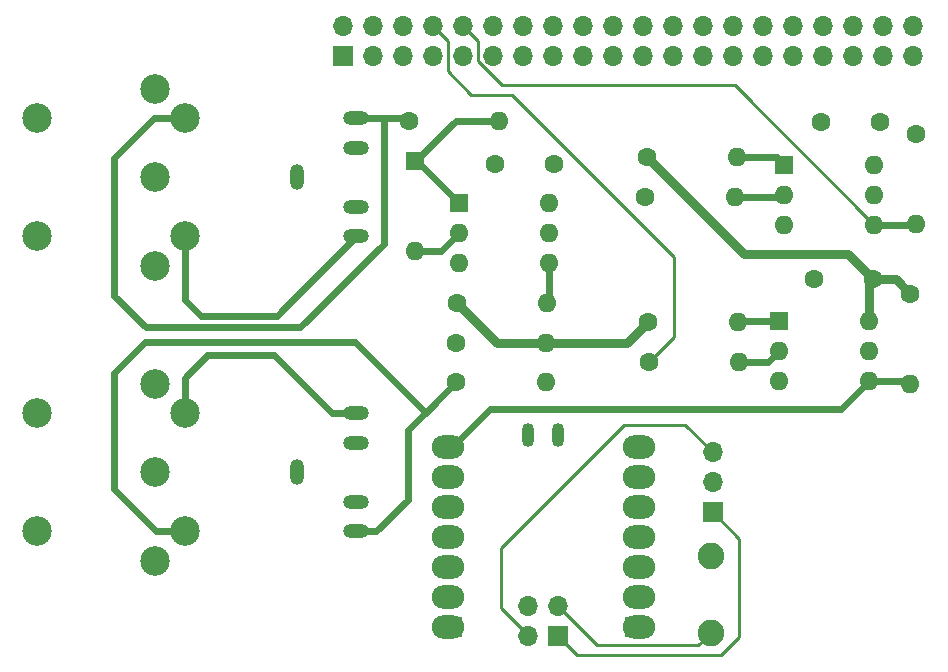
<source format=gtl>
G04 #@! TF.GenerationSoftware,KiCad,Pcbnew,(6.0.5)*
G04 #@! TF.CreationDate,2023-03-19T20:53:10+00:00*
G04 #@! TF.ProjectId,XiaoPiUSBMIDIDevice,5869616f-5069-4555-9342-4d4944494465,rev?*
G04 #@! TF.SameCoordinates,Original*
G04 #@! TF.FileFunction,Copper,L1,Top*
G04 #@! TF.FilePolarity,Positive*
%FSLAX46Y46*%
G04 Gerber Fmt 4.6, Leading zero omitted, Abs format (unit mm)*
G04 Created by KiCad (PCBNEW (6.0.5)) date 2023-03-19 20:53:10*
%MOMM*%
%LPD*%
G01*
G04 APERTURE LIST*
G04 #@! TA.AperFunction,ComponentPad*
%ADD10R,1.700000X1.700000*%
G04 #@! TD*
G04 #@! TA.AperFunction,ComponentPad*
%ADD11O,1.700000X1.700000*%
G04 #@! TD*
G04 #@! TA.AperFunction,ComponentPad*
%ADD12O,2.200000X1.200000*%
G04 #@! TD*
G04 #@! TA.AperFunction,ComponentPad*
%ADD13O,1.200000X2.200000*%
G04 #@! TD*
G04 #@! TA.AperFunction,ComponentPad*
%ADD14C,1.600000*%
G04 #@! TD*
G04 #@! TA.AperFunction,ComponentPad*
%ADD15O,1.600000X1.600000*%
G04 #@! TD*
G04 #@! TA.AperFunction,ComponentPad*
%ADD16R,1.600000X1.600000*%
G04 #@! TD*
G04 #@! TA.AperFunction,ComponentPad*
%ADD17C,2.250000*%
G04 #@! TD*
G04 #@! TA.AperFunction,SMDPad,CuDef*
%ADD18O,2.748280X1.998980*%
G04 #@! TD*
G04 #@! TA.AperFunction,SMDPad,CuDef*
%ADD19O,1.016000X2.032000*%
G04 #@! TD*
G04 #@! TA.AperFunction,SMDPad,CuDef*
%ADD20C,1.143000*%
G04 #@! TD*
G04 #@! TA.AperFunction,WasherPad*
%ADD21C,2.499360*%
G04 #@! TD*
G04 #@! TA.AperFunction,ComponentPad*
%ADD22C,2.499360*%
G04 #@! TD*
G04 #@! TA.AperFunction,Conductor*
%ADD23C,0.800000*%
G04 #@! TD*
G04 #@! TA.AperFunction,Conductor*
%ADD24C,0.600000*%
G04 #@! TD*
G04 #@! TA.AperFunction,Conductor*
%ADD25C,0.250000*%
G04 #@! TD*
G04 APERTURE END LIST*
D10*
X226575000Y-147820000D03*
D11*
X224035000Y-147820000D03*
X226575000Y-145280000D03*
X224035000Y-145280000D03*
D12*
X209500000Y-129000000D03*
X209500000Y-131500000D03*
D13*
X204500000Y-134000000D03*
D12*
X209500000Y-139000000D03*
X209500000Y-136500000D03*
D14*
X234115000Y-107325000D03*
D15*
X241735000Y-107325000D03*
D14*
X226225000Y-107900000D03*
X221225000Y-107900000D03*
X253275000Y-117650000D03*
X248275000Y-117650000D03*
D16*
X218175000Y-111225000D03*
D15*
X218175000Y-113765000D03*
X218175000Y-116305000D03*
X225795000Y-116305000D03*
X225795000Y-113765000D03*
X225795000Y-111225000D03*
D16*
X245275000Y-121200000D03*
D15*
X245275000Y-123740000D03*
X245275000Y-126280000D03*
X252895000Y-126280000D03*
X252895000Y-123740000D03*
X252895000Y-121200000D03*
D10*
X233075000Y-147125000D03*
D11*
X233075000Y-144585000D03*
X233075000Y-142045000D03*
X233075000Y-139505000D03*
X233075000Y-136965000D03*
X233075000Y-134425000D03*
X233075000Y-131885000D03*
D14*
X213940000Y-104250000D03*
D15*
X221560000Y-104250000D03*
D14*
X217965000Y-123075000D03*
D15*
X225585000Y-123075000D03*
D17*
X239500000Y-147575000D03*
X239500000Y-141075000D03*
D14*
X256875000Y-105340000D03*
D15*
X256875000Y-112960000D03*
D12*
X209500000Y-104000000D03*
X209500000Y-106500000D03*
D13*
X204500000Y-109000000D03*
D12*
X209500000Y-114000000D03*
X209500000Y-111500000D03*
D14*
X256425000Y-118890000D03*
D15*
X256425000Y-126510000D03*
D14*
X233990000Y-110700000D03*
D15*
X241610000Y-110700000D03*
D14*
X217990000Y-126350000D03*
D15*
X225610000Y-126350000D03*
D14*
X218015000Y-119700000D03*
D15*
X225635000Y-119700000D03*
D14*
X253825000Y-104350000D03*
X248825000Y-104350000D03*
X234240000Y-121250000D03*
D15*
X241860000Y-121250000D03*
D10*
X217600000Y-147100000D03*
D11*
X217600000Y-144560000D03*
X217600000Y-142020000D03*
X217600000Y-139480000D03*
X217600000Y-136940000D03*
X217600000Y-134400000D03*
X217600000Y-131860000D03*
D14*
X234315000Y-124625000D03*
D15*
X241935000Y-124625000D03*
D16*
X214500000Y-107665000D03*
D15*
X214500000Y-115285000D03*
D10*
X239675000Y-137350000D03*
D11*
X239675000Y-134810000D03*
X239675000Y-132270000D03*
D16*
X245750000Y-107975000D03*
D15*
X245750000Y-110515000D03*
X245750000Y-113055000D03*
X253370000Y-113055000D03*
X253370000Y-110515000D03*
X253370000Y-107975000D03*
D18*
X233431290Y-147124510D03*
X233431290Y-144584510D03*
X233431290Y-142044510D03*
X233431290Y-139504510D03*
X233431290Y-136964510D03*
X233431290Y-134424510D03*
X233431290Y-131884510D03*
X217266730Y-131884510D03*
X217266730Y-134424510D03*
X217266730Y-136964510D03*
X217266730Y-139504510D03*
X217266730Y-142044510D03*
X217266730Y-144584510D03*
X217266730Y-147124510D03*
D19*
X226564410Y-130806690D03*
X224014410Y-130806690D03*
D20*
X226565607Y-147810877D03*
X224025607Y-147810877D03*
X226565607Y-145270877D03*
X224025607Y-145270877D03*
D10*
X208370000Y-98770000D03*
D11*
X208370000Y-96230000D03*
X210910000Y-98770000D03*
X210910000Y-96230000D03*
X213450000Y-98770000D03*
X213450000Y-96230000D03*
X215990000Y-98770000D03*
X215990000Y-96230000D03*
X218530000Y-98770000D03*
X218530000Y-96230000D03*
X221070000Y-98770000D03*
X221070000Y-96230000D03*
X223610000Y-98770000D03*
X223610000Y-96230000D03*
X226150000Y-98770000D03*
X226150000Y-96230000D03*
X228690000Y-98770000D03*
X228690000Y-96230000D03*
X231230000Y-98770000D03*
X231230000Y-96230000D03*
X233770000Y-98770000D03*
X233770000Y-96230000D03*
X236310000Y-98770000D03*
X236310000Y-96230000D03*
X238850000Y-98770000D03*
X238850000Y-96230000D03*
X241390000Y-98770000D03*
X241390000Y-96230000D03*
X243930000Y-98770000D03*
X243930000Y-96230000D03*
X246470000Y-98770000D03*
X246470000Y-96230000D03*
X249010000Y-98770000D03*
X249010000Y-96230000D03*
X251550000Y-98770000D03*
X251550000Y-96230000D03*
X254090000Y-98770000D03*
X254090000Y-96230000D03*
X256630000Y-98770000D03*
X256630000Y-96230000D03*
D21*
X182502300Y-103998740D03*
X182502300Y-114001260D03*
D22*
X192497200Y-101501920D03*
X192499740Y-109000000D03*
X192497200Y-116498080D03*
X194999100Y-104003820D03*
X194999100Y-113996180D03*
D21*
X182502300Y-139001260D03*
X182502300Y-128998740D03*
D22*
X192497200Y-126501920D03*
X192499740Y-134000000D03*
X192497200Y-141498080D03*
X194999100Y-129003820D03*
X194999100Y-138996180D03*
D23*
X252895000Y-118030000D02*
X253275000Y-117650000D01*
X252895000Y-121200000D02*
X252895000Y-118030000D01*
D24*
X211200000Y-139000000D02*
X209500000Y-139000000D01*
X213900000Y-136300000D02*
X211200000Y-139000000D01*
X213900000Y-130440000D02*
X213900000Y-136300000D01*
X216345000Y-127995000D02*
X213900000Y-130440000D01*
X216345000Y-127995000D02*
X217990000Y-126350000D01*
X215393070Y-128946930D02*
X216345000Y-127995000D01*
X192396180Y-104003820D02*
X194999100Y-104003820D01*
X189025000Y-119050000D02*
X189025000Y-107375000D01*
X189025000Y-107375000D02*
X192396180Y-104003820D01*
X191675000Y-121700000D02*
X189025000Y-119050000D01*
X211825000Y-114625000D02*
X204750000Y-121700000D01*
X204750000Y-121700000D02*
X191675000Y-121700000D01*
X211825000Y-104000000D02*
X211825000Y-114625000D01*
X188975000Y-125625000D02*
X188975000Y-135400000D01*
X191625000Y-122975000D02*
X188975000Y-125625000D01*
X188975000Y-135400000D02*
X192571180Y-138996180D01*
X192571180Y-138996180D02*
X194999100Y-138996180D01*
X215393070Y-128946930D02*
X209421140Y-122975000D01*
X209421140Y-122975000D02*
X191625000Y-122975000D01*
X211825000Y-104000000D02*
X213690000Y-104000000D01*
X209500000Y-104000000D02*
X211825000Y-104000000D01*
D23*
X221390000Y-123075000D02*
X218015000Y-119700000D01*
X225585000Y-123075000D02*
X221390000Y-123075000D01*
D25*
X241532500Y-101217500D02*
X253370000Y-113055000D01*
X221856490Y-101217500D02*
X241532500Y-101217500D01*
X219800000Y-99161010D02*
X221856490Y-101217500D01*
X219800000Y-97500000D02*
X219800000Y-99161010D01*
X218530000Y-96230000D02*
X219800000Y-97500000D01*
X236425000Y-115725000D02*
X236425000Y-122515000D01*
X236425000Y-122515000D02*
X234315000Y-124625000D01*
X219237500Y-102012500D02*
X222712500Y-102012500D01*
X217250000Y-97490000D02*
X217250000Y-100025000D01*
X217250000Y-100025000D02*
X219237500Y-102012500D01*
X222712500Y-102012500D02*
X236425000Y-115725000D01*
X215990000Y-96230000D02*
X217250000Y-97490000D01*
D23*
X242315000Y-115525000D02*
X251150000Y-115525000D01*
X251150000Y-115525000D02*
X253275000Y-117650000D01*
X234115000Y-107325000D02*
X242315000Y-115525000D01*
D24*
X250525000Y-128650000D02*
X252895000Y-126280000D01*
X220810000Y-128650000D02*
X250525000Y-128650000D01*
X217600000Y-131860000D02*
X220810000Y-128650000D01*
X244390000Y-124625000D02*
X245275000Y-123740000D01*
X241935000Y-124625000D02*
X244390000Y-124625000D01*
X242250000Y-121200000D02*
X245275000Y-121200000D01*
X242200000Y-121250000D02*
X242250000Y-121200000D01*
X241860000Y-121250000D02*
X242200000Y-121250000D01*
X225795000Y-116305000D02*
X225795000Y-119540000D01*
D25*
X221739730Y-140410270D02*
X232175000Y-129975000D01*
X221739730Y-145525000D02*
X221739730Y-140410270D01*
X237380000Y-129975000D02*
X239675000Y-132270000D01*
X224025607Y-147810877D02*
X221739730Y-145525000D01*
X232175000Y-129975000D02*
X237380000Y-129975000D01*
X241925000Y-139600000D02*
X239675000Y-137350000D01*
X240401960Y-149423040D02*
X241925000Y-147900000D01*
X241925000Y-147900000D02*
X241925000Y-139600000D01*
X228178040Y-149423040D02*
X240401960Y-149423040D01*
X226575000Y-147820000D02*
X228178040Y-149423040D01*
X238451480Y-148623520D02*
X239500000Y-147575000D01*
X229918520Y-148623520D02*
X238451480Y-148623520D01*
X226575000Y-145280000D02*
X229918520Y-148623520D01*
D24*
X202550000Y-124100000D02*
X207450000Y-129000000D01*
X196875000Y-124100000D02*
X202550000Y-124100000D01*
X207450000Y-129000000D02*
X209500000Y-129000000D01*
X194999100Y-125975900D02*
X196875000Y-124100000D01*
X194999100Y-129003820D02*
X194999100Y-125975900D01*
X213690000Y-104000000D02*
X213940000Y-104250000D01*
X196350000Y-120725000D02*
X202775000Y-120725000D01*
X194999100Y-119374100D02*
X196350000Y-120725000D01*
X202775000Y-120725000D02*
X209500000Y-114000000D01*
X194999100Y-113996180D02*
X194999100Y-119374100D01*
X214500000Y-115285000D02*
X216655000Y-115285000D01*
X216655000Y-115285000D02*
X218175000Y-113765000D01*
X221560000Y-104250000D02*
X217915000Y-104250000D01*
X217915000Y-104250000D02*
X214500000Y-107665000D01*
X214615000Y-107665000D02*
X218175000Y-111225000D01*
X214500000Y-107665000D02*
X214615000Y-107665000D01*
X256195000Y-126280000D02*
X256425000Y-126510000D01*
X252895000Y-126280000D02*
X256195000Y-126280000D01*
D23*
X255185000Y-117650000D02*
X256425000Y-118890000D01*
X253275000Y-117650000D02*
X255185000Y-117650000D01*
D24*
X256780000Y-113055000D02*
X256875000Y-112960000D01*
X253370000Y-113055000D02*
X256780000Y-113055000D01*
X245565000Y-110700000D02*
X245750000Y-110515000D01*
X241610000Y-110700000D02*
X245565000Y-110700000D01*
X245100000Y-107325000D02*
X245750000Y-107975000D01*
X241735000Y-107325000D02*
X245100000Y-107325000D01*
D23*
X232415000Y-123075000D02*
X234240000Y-121250000D01*
X225585000Y-123075000D02*
X232415000Y-123075000D01*
M02*

</source>
